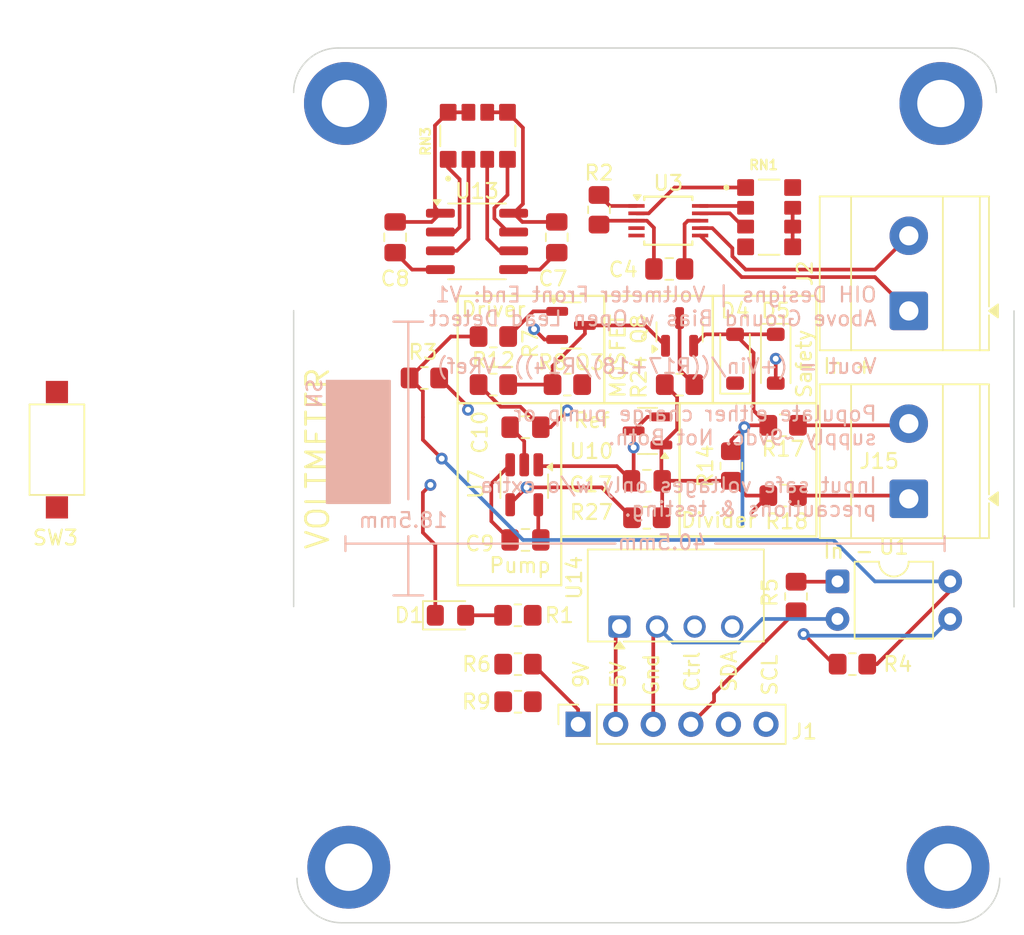
<source format=kicad_pcb>
(kicad_pcb (version 20241229) (generator "pcbnew") (generator_version "9.0")
  (layers (0 "F.Cu" signal) (4 "In1.Cu" signal) (6 "In2.Cu" signal) (2 "B.Cu" signal) (13 "F.Paste" user) (15 "B.Paste" user) (5 "F.SilkS" user "F.Silkscreen") (7 "B.SilkS" user "B.Silkscreen") (1 "F.Mask" user) (3 "B.Mask" user) (25 "Edge.Cuts" user))
  (net 0 "")
  (net 1 "GND")
  (net 2 "+9V")
  (net 3 "VDD")
  (net 4 "Net-(D1-A)")
  (net 5 "Net-(U7-C1-)")
  (net 6 "Net-(U7-C1+)")
  (net 7 "/ADC-1")
  (net 8 "/V Ref to ADS-0")
  (net 9 "Net-(Q8-D)")
  (net 10 "MOSFET_Ctrl")
  (net 11 "Net-(Q3-B)")
  (net 12 "/MOSFET_Gate")
  (net 13 "GND-MCU")
  (net 14 "Vcc-MCU")
  (net 15 "ADS_A2")
  (net 16 "ADS_A3")
  (net 17 "ADS_ADDR")
  (net 18 "SDA-5V")
  (net 19 "ADS_ALERT")
  (net 20 "SCL-5V")
  (net 21 "SCL")
  (net 22 "SDA")
  (net 23 "Net-(R5-Pad1)")
  (net 25 "Net-(R27-Pad1)")
  (net 26 "MOSFET_Ctrl_MCU")
  (net 27 "V_Input_REF")
  (net 28 "V_Input_Float")
  (footprint "Capacitor_SMD:C_0805_2012Metric_Pad1.18x1.45mm_HandSolder" (layer "F.Cu") (at 108.282999 59.793 -90)
    (property "Reference" "C7" (at 2.794 0.254 180) (layer "F.SilkS"))
    (property "Value" "0.1uF")
    (pad "1" smd roundrect (at -1.0375 0 270) (size 1.175 1.45) (layers "F.Cu" "F.Mask" "F.Paste") (roundrect_rratio 0.212766) (net 3 "VDD"))
    (pad "2" smd roundrect (at 1.0375 0 270) (size 1.175 1.45) (layers "F.Cu" "F.Mask" "F.Paste") (roundrect_rratio 0.212766) (net 1 "GND"))
  )
  (footprint "Library:RESCAXS127P508X320X70-8N" (layer "F.Cu") (at 102.948999 52.935 90)
    (property "Reference" "RN3" (at -0.378 -3.5264 90) (layer "F.SilkS") (effects (font (size 0.64 0.64))))
    (property "Value" "10k x4")
    (pad "1" smd roundrect (at -1.59 -2.005 90) (size 1.14 1.13) (layers "F.Cu" "F.Mask" "F.Paste") (roundrect_rratio 0.1) (net 22 "SDA"))
    (pad "2" smd roundrect (at -1.59 -0.635 90) (size 1.14 0.93) (layers "F.Cu" "F.Mask" "F.Paste") (roundrect_rratio 0.1) (net 21 "SCL"))
    (pad "3" smd roundrect (at -1.59 0.635 90) (size 1.14 0.93) (layers "F.Cu" "F.Mask" "F.Paste") (roundrect_rratio 0.1) (net 20 "SCL-5V"))
    (pad "4" smd roundrect (at -1.59 2.005 90) (size 1.14 1.13) (layers "F.Cu" "F.Mask" "F.Paste") (roundrect_rratio 0.1) (net 18 "SDA-5V"))
    (pad "5" smd roundrect (at 1.59 2.005 90) (size 1.14 1.13) (layers "F.Cu" "F.Mask" "F.Paste") (roundrect_rratio 0.1) (net 3 "VDD"))
    (pad "6" smd roundrect (at 1.59 0.635 90) (size 1.14 0.93) (layers "F.Cu" "F.Mask" "F.Paste") (roundrect_rratio 0.1) (net 3 "VDD"))
    (pad "7" smd roundrect (at 1.59 -0.635 90) (size 1.14 0.93) (layers "F.Cu" "F.Mask" "F.Paste") (roundrect_rratio 0.1) (net 14 "Vcc-MCU"))
    (pad "8" smd roundrect (at 1.59 -2.005 90) (size 1.14 1.13) (layers "F.Cu" "F.Mask" "F.Paste") (roundrect_rratio 0.1) (net 14 "Vcc-MCU"))
  )
  (footprint "Resistor_SMD:R_0805_2012Metric_Pad1.20x1.40mm_HandSolder" (layer "F.Cu") (at 114.3735 78.752)
    (property "Reference" "R27" (at -3.75 -0.381 0) (layer "F.SilkS"))
    (property "Value" "4.7K")
    (pad "1" smd roundrect (at -1 0) (size 1.2 1.4) (layers "F.Cu" "F.Mask" "F.Paste") (roundrect_rratio 0.208333) (net 25 "Net-(R27-Pad1)"))
    (pad "2" smd roundrect (at 1 0) (size 1.2 1.4) (layers "F.Cu" "F.Mask" "F.Paste") (roundrect_rratio 0.208333) (net 8 "/V Ref to ADS-0"))
  )
  (footprint "Resistor_SMD:R_0805_2012Metric_Pad1.20x1.40mm_HandSolder" (layer "F.Cu") (at 128.27 88.646)
    (property "Reference" "R4" (at 3.064 0 0) (layer "F.SilkS"))
    (property "Value" "4.7K")
    (pad "1" smd roundrect (at -1 0) (size 1.2 1.4) (layers "F.Cu" "F.Mask" "F.Paste") (roundrect_rratio 0.208333) (net 1 "GND"))
    (pad "2" smd roundrect (at 1 0) (size 1.2 1.4) (layers "F.Cu" "F.Mask" "F.Paste") (roundrect_rratio 0.208333) (net 10 "MOSFET_Ctrl"))
  )
  (footprint "Package_SO:SOIC-8_3.9x4.9mm_P1.27mm" (layer "F.Cu") (at 102.893999 60.071)
    (property "Reference" "U13" (at 0 -3.4 0) (layer "F.SilkS"))
    (property "Value" "ISO1540")
    (pad "1" smd roundrect (at -2.475 -1.905) (size 1.95 0.6) (layers "F.Cu" "F.Mask" "F.Paste") (net 14 "Vcc-MCU"))
    (pad "2" smd roundrect (at -2.475 -0.635) (size 1.95 0.6) (layers "F.Cu" "F.Mask" "F.Paste") (net 22 "SDA"))
    (pad "3" smd roundrect (at -2.475 0.635) (size 1.95 0.6) (layers "F.Cu" "F.Mask" "F.Paste") (net 21 "SCL"))
    (pad "4" smd roundrect (at -2.475 1.905) (size 1.95 0.6) (layers "F.Cu" "F.Mask" "F.Paste") (net 13 "GND-MCU"))
    (pad "5" smd roundrect (at 2.475 1.905) (size 1.95 0.6) (layers "F.Cu" "F.Mask" "F.Paste") (net 1 "GND"))
    (pad "6" smd roundrect (at 2.475 0.635) (size 1.95 0.6) (layers "F.Cu" "F.Mask" "F.Paste") (net 20 "SCL-5V"))
    (pad "7" smd roundrect (at 2.475 -0.635) (size 1.95 0.6) (layers "F.Cu" "F.Mask" "F.Paste") (net 18 "SDA-5V"))
    (pad "8" smd roundrect (at 2.475 -1.905) (size 1.95 0.6) (layers "F.Cu" "F.Mask" "F.Paste") (net 3 "VDD"))
  )
  (footprint "Resistor_SMD:R_0805_2012Metric_Pad1.20x1.40mm_HandSolder" (layer "F.Cu") (at 123.586 77.252 180)
    (property "Reference" "R18" (at -0.25 -1.75 0) (layer "F.SilkS"))
    (property "Value" "499.0K")
    (pad "1" smd roundrect (at -1 0 180) (size 1.2 1.4) (layers "F.Cu" "F.Mask" "F.Paste") (roundrect_rratio 0.208333) (net 27 "V_Input_REF"))
    (pad "2" smd roundrect (at 1 0 180) (size 1.2 1.4) (layers "F.Cu" "F.Mask" "F.Paste") (roundrect_rratio 0.208333) (net 8 "/V Ref to ADS-0"))
  )
  (footprint "Resistor_SMD:R_0805_2012Metric_Pad1.20x1.40mm_HandSolder" (layer "F.Cu") (at 120.086 75.252 90)
    (property "Reference" "R14" (at 0 -1.75 270) (layer "F.SilkS"))
    (property "Value" "1M")
    (pad "1" smd roundrect (at -1 0 90) (size 1.2 1.4) (layers "F.Cu" "F.Mask" "F.Paste") (roundrect_rratio 0.208333) (net 8 "/V Ref to ADS-0"))
    (pad "2" smd roundrect (at 1 0 90) (size 1.2 1.4) (layers "F.Cu" "F.Mask" "F.Paste") (roundrect_rratio 0.208333) (net 7 "/ADC-1"))
  )
  (footprint "Package_TO_SOT_SMD:SOT-23" (layer "F.Cu") (at 114.419 72.88 180)
    (property "Reference" "U10" (at 3.7955 -1.372 0) (layer "F.SilkS"))
    (property "Value" "LM4040DBZ-2.5")
    (pad "1" smd roundrect (at -0.9375 -0.95 180) (size 1.475 0.6) (layers "F.Cu" "F.Mask" "F.Paste") (net 8 "/V Ref to ADS-0"))
    (pad "2" smd roundrect (at -0.9375 0.95 180) (size 1.475 0.6) (layers "F.Cu" "F.Mask" "F.Paste") (net 1 "GND"))
    (pad "3" smd roundrect (at 0.9375 0 180) (size 1.475 0.6) (layers "F.Cu" "F.Mask" "F.Paste") (net 1 "GND"))
  )
  (footprint "Package_SO:TSSOP-10_3x3mm_P0.5mm" (layer "F.Cu") (at 115.824 58.674)
    (property "Reference" "U3" (at 0 -2.55 0) (layer "F.SilkS"))
    (property "Value" "ADS1115IDGS")
    (pad "1" smd rect (at -2.15 -1) (size 1.1 0.25) (layers "F.Cu" "F.Mask" "F.Paste") (net 17 "ADS_ADDR"))
    (pad "2" smd rect (at -2.15 -0.5) (size 1.1 0.25) (layers "F.Cu" "F.Mask" "F.Paste") (net 19 "ADS_ALERT"))
    (pad "3" smd rect (at -2.15 0) (size 1.1 0.25) (layers "F.Cu" "F.Mask" "F.Paste") (net 1 "GND"))
    (pad "4" smd rect (at -2.15 0.5) (size 1.1 0.25) (layers "F.Cu" "F.Mask" "F.Paste") (net 8 "/V Ref to ADS-0"))
    (pad "5" smd rect (at -2.15 1) (size 1.1 0.25) (layers "F.Cu" "F.Mask" "F.Paste") (net 7 "/ADC-1"))
    (pad "6" smd rect (at 2.15 1) (size 1.1 0.25) (layers "F.Cu" "F.Mask" "F.Paste") (net 15 "ADS_A2"))
    (pad "7" smd rect (at 2.15 0.5) (size 1.1 0.25) (layers "F.Cu" "F.Mask" "F.Paste") (net 16 "ADS_A3"))
    (pad "8" smd rect (at 2.15 0) (size 1.1 0.25) (layers "F.Cu" "F.Mask" "F.Paste") (net 3 "VDD"))
    (pad "9" smd rect (at 2.15 -0.5) (size 1.1 0.25) (layers "F.Cu" "F.Mask" "F.Paste") (net 18 "SDA-5V"))
    (pad "10" smd rect (at 2.15 -1) (size 1.1 0.25) (layers "F.Cu" "F.Mask" "F.Paste") (net 20 "SCL-5V"))
  )
  (footprint "Package_DIP:DIP-4_W7.62mm" (layer "F.Cu") (at 127.259 83.053)
    (property "Reference" "U1" (at 3.81 -2.33 0) (layer "F.SilkS"))
    (property "Value" "LTV-814")
    (pad "1" thru_hole roundrect (at 0 0) (size 1.6 1.6) (drill 0.8) (layers "*.Cu" "*.Mask") (roundrect_rratio 0.15625) (net 23 "Net-(R5-Pad1)"))
    (pad "2" thru_hole circle (at 0 2.54) (size 1.6 1.6) (drill 0.8) (layers "*.Cu" "*.Mask") (net 13 "GND-MCU"))
    (pad "3" thru_hole circle (at 7.62 2.54) (size 1.6 1.6) (drill 0.8) (layers "*.Cu" "*.Mask") (net 1 "GND"))
    (pad "4" thru_hole circle (at 7.62 0) (size 1.6 1.6) (drill 0.8) (layers "*.Cu" "*.Mask") (net 10 "MOSFET_Ctrl"))
  )
  (footprint "Capacitor_SMD:C_0805_2012Metric_Pad1.18x1.45mm_HandSolder" (layer "F.Cu") (at 106.1685 80.24994)
    (property "Reference" "C9" (at -3.0825 0.25 180) (layer "F.SilkS"))
    (property "Value" "4.7uF")
    (pad "1" smd roundrect (at -1.0375 0) (size 1.175 1.45) (layers "F.Cu" "F.Mask" "F.Paste") (roundrect_rratio 0.212766) (net 5 "Net-(U7-C1-)"))
    (pad "2" smd roundrect (at 1.0375 0) (size 1.175 1.45) (layers "F.Cu" "F.Mask" "F.Paste") (roundrect_rratio 0.212766) (net 6 "Net-(U7-C1+)"))
  )
  (footprint "Resistor_SMD:R_0805_2012Metric_Pad1.20x1.40mm_HandSolder" (layer "F.Cu") (at 105.657 85.344 180)
    (property "Reference" "R1" (at -2.801 0 0) (layer "F.SilkS"))
    (property "Value" "1K")
    (pad "1" smd roundrect (at -1 0 180) (size 1.2 1.4) (layers "F.Cu" "F.Mask" "F.Paste") (roundrect_rratio 0.208333) (net 3 "VDD"))
    (pad "2" smd roundrect (at 1 0 180) (size 1.2 1.4) (layers "F.Cu" "F.Mask" "F.Paste") (roundrect_rratio 0.208333) (net 4 "Net-(D1-A)"))
  )
  (footprint "Resistor_SMD:R_0805_2012Metric_Pad1.20x1.40mm_HandSolder" (layer "F.Cu") (at 105.664 88.646)
    (property "Reference" "R6" (at -2.794 0 0) (layer "F.SilkS"))
    (property "Value" "0")
    (pad "1" smd roundrect (at -1 0) (size 1.2 1.4) (layers "F.Cu" "F.Mask" "F.Paste") (roundrect_rratio 0.208333) (net 25 "Net-(R27-Pad1)"))
    (pad "2" smd roundrect (at 1 0) (size 1.2 1.4) (layers "F.Cu" "F.Mask" "F.Paste") (roundrect_rratio 0.208333) (net 2 "+9V"))
  )
  (footprint "Library:RESCAXS127P508X320X70-8N" (layer "F.Cu") (at 122.639 58.434)
    (property "Reference" "RN1" (at -0.378 -3.5264 0) (layer "F.SilkS") (effects (font (size 0.64 0.64))))
    (property "Value" "1K x4")
    (pad "1" smd roundrect (at -1.59 -2.005) (size 1.14 1.13) (layers "F.Cu" "F.Mask" "F.Paste") (roundrect_rratio 0.1) (net 19 "ADS_ALERT"))
    (pad "2" smd roundrect (at -1.59 -0.635) (size 1.14 0.93) (layers "F.Cu" "F.Mask" "F.Paste") (roundrect_rratio 0.1) (net 20 "SCL-5V"))
    (pad "3" smd roundrect (at -1.59 0.635) (size 1.14 0.93) (layers "F.Cu" "F.Mask" "F.Paste") (roundrect_rratio 0.1) (net 18 "SDA-5V"))
    (pad "4" smd roundrect (at -1.59 2.005) (size 1.14 1.13) (layers "F.Cu" "F.Mask" "F.Paste") (roundrect_rratio 0.1))
    (pad "5" smd roundrect (at 1.59 2.005) (size 1.14 1.13) (layers "F.Cu" "F.Mask" "F.Paste") (roundrect_rratio 0.1) (net 3 "VDD"))
    (pad "6" smd roundrect (at 1.59 0.635) (size 1.14 0.93) (layers "F.Cu" "F.Mask" "F.Paste") (roundrect_rratio 0.1) (net 3 "VDD"))
    (pad "7" smd roundrect (at 1.59 -0.635) (size 1.14 0.93) (layers "F.Cu" "F.Mask" "F.Paste") (roundrect_rratio 0.1) (net 3 "VDD"))
    (pad "8" smd roundrect (at 1.59 -2.005) (size 1.14 1.13) (layers "F.Cu" "F.Mask" "F.Paste") (roundrect_rratio 0.1) (net 3 "VDD"))
  )
  (footprint "Resistor_SMD:R_0805_2012Metric_Pad1.20x1.40mm_HandSolder" (layer "F.Cu") (at 123.586 72.502 180)
    (property "Reference" "R17" (at 0 -1.595 0) (layer "F.SilkS"))
    (property "Value" "499.0K")
    (pad "1" smd roundrect (at -1 0 180) (size 1.2 1.4) (layers "F.Cu" "F.Mask" "F.Paste") (roundrect_rratio 0.208333) (net 28 "V_Input_Float"))
    (pad "2" smd roundrect (at 1 0 180) (size 1.2 1.4) (layers "F.Cu" "F.Mask" "F.Paste") (roundrect_rratio 0.208333) (net 7 "/ADC-1"))
  )
  (footprint "Resistor_SMD:R_0805_2012Metric_Pad1.20x1.40mm_HandSolder" (layer "F.Cu") (at 104 66.5)
    (property "Reference" "R7" (at 2.5 0.5 270) (layer "F.SilkS"))
    (property "Value" "22K")
    (pad "1" smd roundrect (at -1 0) (size 1.2 1.4) (layers "F.Cu" "F.Mask" "F.Paste") (roundrect_rratio 0.208333) (net 10 "MOSFET_Ctrl"))
    (pad "2" smd roundrect (at 1 0) (size 1.2 1.4) (layers "F.Cu" "F.Mask" "F.Paste") (roundrect_rratio 0.208333) (net 11 "Net-(Q3-B)"))
  )
  (footprint "Resistor_SMD:R_0805_2012Metric_Pad1.20x1.40mm_HandSolder" (layer "F.Cu") (at 124.46 84.074 -90)
    (property "Reference" "R5" (at -0.27 1.778 90) (layer "F.SilkS"))
    (property "Value" "1K")
    (pad "1" smd roundrect (at -1 0 270) (size 1.2 1.4) (layers "F.Cu" "F.Mask" "F.Paste") (roundrect_rratio 0.208333) (net 23 "Net-(R5-Pad1)"))
    (pad "2" smd roundrect (at 1 0 270) (size 1.2 1.4) (layers "F.Cu" "F.Mask" "F.Paste") (roundrect_rratio 0.208333) (net 26 "MOSFET_Ctrl_MCU"))
  )
  (footprint "Package_TO_SOT_SMD:SOT-23-5_HandSoldering" (layer "F.Cu") (at 106.086 76.51994 -90)
    (property "Reference" "U7" (at -0.045 3.25 90) (layer "F.SilkS"))
    (property "Value" "MAX1683")
    (pad "1" smd roundrect (at -1.35 -0.95 270) (size 1.56 0.65) (layers "F.Cu" "F.Mask" "F.Paste") (net 1 "GND"))
    (pad "2" smd roundrect (at -1.35 0 270) (size 1.56 0.65) (layers "F.Cu" "F.Mask" "F.Paste") (net 2 "+9V"))
    (pad "3" smd roundrect (at -1.35 0.95 270) (size 1.56 0.65) (layers "F.Cu" "F.Mask" "F.Paste") (net 5 "Net-(U7-C1-)"))
    (pad "4" smd roundrect (at 1.35 0.95 270) (size 1.56 0.65) (layers "F.Cu" "F.Mask" "F.Paste") (net 3 "VDD"))
    (pad "5" smd roundrect (at 1.35 -0.95 270) (size 1.56 0.65) (layers "F.Cu" "F.Mask" "F.Paste") (net 6 "Net-(U7-C1+)"))
  )
  (footprint "Capacitor_SMD:C_0805_2012Metric_Pad1.18x1.45mm_HandSolder" (layer "F.Cu") (at 97.360999 59.793 -90)
    (property "Reference" "C8" (at 2.794 0 180) (layer "F.SilkS"))
    (property "Value" "0.1uF")
    (pad "1" smd roundrect (at -1.0375 0 270) (size 1.175 1.45) (layers "F.Cu" "F.Mask" "F.Paste") (roundrect_rratio 0.212766) (net 14 "Vcc-MCU"))
    (pad "2" smd roundrect (at 1.0375 0 270) (size 1.175 1.45) (layers "F.Cu" "F.Mask" "F.Paste") (roundrect_rratio 0.212766) (net 13 "GND-MCU"))
  )
  (footprint "Resistor_SMD:R_0805_2012Metric_Pad1.20x1.40mm_HandSolder" (layer "F.Cu") (at 99.336 69.302 180)
    (property "Reference" "R3" (at 0.1 1.75 0) (layer "F.SilkS"))
    (property "Value" "10K")
    (pad "1" smd roundrect (at -1 0 180) (size 1.2 1.4) (layers "F.Cu" "F.Mask" "F.Paste") (roundrect_rratio 0.208333) (net 3 "VDD"))
    (pad "2" smd roundrect (at 1 0 180) (size 1.2 1.4) (layers "F.Cu" "F.Mask" "F.Paste") (roundrect_rratio 0.208333) (net 10 "MOSFET_Ctrl"))
  )
  (footprint "Package_TO_SOT_SMD:SOT-23" (layer "F.Cu") (at 109.25 65.75)
    (property "Reference" "Q3" (at 1.25 2.5 180) (layer "F.SilkS"))
    (property "Value" "MMBT3904")
    (pad "1" smd roundrect (at -0.9375 -0.95) (size 1.475 0.6) (layers "F.Cu" "F.Mask" "F.Paste") (net 11 "Net-(Q3-B)"))
    (pad "2" smd roundrect (at -0.9375 0.95) (size 1.475 0.6) (layers "F.Cu" "F.Mask" "F.Paste") (net 1 "GND"))
    (pad "3" smd roundrect (at 0.9375 0) (size 1.475 0.6) (layers "F.Cu" "F.Mask" "F.Paste") (net 12 "/MOSFET_Gate"))
  )
  (footprint "Resistor_SMD:R_0805_2012Metric_Pad1.20x1.40mm_HandSolder" (layer "F.Cu") (at 104 69.75)
    (property "Reference" "R12" (at 0 -1.65 0) (layer "F.SilkS"))
    (property "Value" "100K")
    (pad "1" smd roundrect (at -1 0) (size 1.2 1.4) (layers "F.Cu" "F.Mask" "F.Paste") (roundrect_rratio 0.208333) (net 1 "GND"))
    (pad "2" smd roundrect (at 1 0) (size 1.2 1.4) (layers "F.Cu" "F.Mask" "F.Paste") (roundrect_rratio 0.208333) (net 12 "/MOSFET_Gate"))
  )
  (footprint "Diode_SMD:D_SOD-123" (layer "F.Cu") (at 120.336 68.002 90)
    (property "Reference" "D4" (at 3.25 0 0) (layer "F.SilkS"))
    (property "Value" "D_Schottky")
    (pad "1" smd roundrect (at -1.65 0 90) (size 0.9 1.2) (layers "F.Cu" "F.Mask" "F.Paste") (net 3 "VDD"))
    (pad "2" smd roundrect (at 1.65 0 90) (size 0.9 1.2) (layers "F.Cu" "F.Mask" "F.Paste") (net 7 "/ADC-1"))
  )
  (footprint "Resistor_SMD:R_0805_2012Metric_Pad1.20x1.40mm_HandSolder" (layer "F.Cu") (at 116.586 69.752 180)
    (property "Reference" "R24" (at 2.75 0.5 90) (layer "F.SilkS"))
    (property "Value" "15K")
    (pad "1" smd roundrect (at -1 0 180) (size 1.2 1.4) (layers "F.Cu" "F.Mask" "F.Paste") (roundrect_rratio 0.208333) (net 9 "Net-(Q8-D)"))
    (pad "2" smd roundrect (at 1 0 180) (size 1.2 1.4) (layers "F.Cu" "F.Mask" "F.Paste") (roundrect_rratio 0.208333) (net 8 "/V Ref to ADS-0"))
  )
  (footprint "Capacitor_SMD:C_0805_2012Metric_Pad1.18x1.45mm_HandSolder" (layer "F.Cu") (at 106.1685 72.62994 180)
    (property "Reference" "C10" (at 3.0825 -0.345 270) (layer "F.SilkS"))
    (property "Value" "4.7uF")
    (pad "1" smd roundrect (at -1.0375 0 180) (size 1.175 1.45) (layers "F.Cu" "F.Mask" "F.Paste") (roundrect_rratio 0.212766) (net 1 "GND"))
    (pad "2" smd roundrect (at 1.0375 0 180) (size 1.175 1.45) (layers "F.Cu" "F.Mask" "F.Paste") (roundrect_rratio 0.212766) (net 2 "+9V"))
  )
  (footprint "TerminalBlock_Phoenix:TerminalBlock_Phoenix_MKDS-3-2-5.08_1x02_P5.08mm_Horizontal" (layer "F.Cu") (at 132.08 77.47 90)
    (property "Reference" "J15" (at 2.547 -2.0035 180) (layer "F.SilkS"))
    (property "Value" "Barrel_Jack")
    (pad "1" thru_hole roundrect (at 0 0 90) (size 2.6 2.6) (drill 1.3) (layers "*.Cu" "*.Mask") (roundrect_rratio 0.096154) (net 27 "V_Input_REF"))
    (pad "2" thru_hole circle (at 5.08 0 90) (size 2.6 2.6) (drill 1.3) (layers "*.Cu" "*.Mask") (net 28 "V_Input_Float"))
  )
  (footprint "MountingHole:MountingHole_3.2mm_M3_DIN965_Pad_TopBottom" (layer "F.Cu") (at 134.726 102.374)
    (property "Reference" "H3" (hide yes))
    (property "Value" "MountingHole")
    (pad "1" thru_hole circle (at 0 0) (size 3.6 3.6) (drill 3.2) (layers "*.Cu" "*.Mask"))
    (pad "1" connect circle (at 0 0) (size 5.6 5.6) (layers "F.Cu" "F.Mask"))
    (pad "1" connect circle (at 0 0) (size 5.6 5.6) (layers "B.Cu" "B.Mask"))
  )
  (footprint "Diode_SMD:D_SOD-123" (layer "F.Cu") (at 123.086 68.002 -90)
    (property "Reference" "D5" (at -3.25 0 0) (layer "F.SilkS"))
    (property "Value" "D_Schottky")
    (pad "1" smd roundrect (at -1.65 0 270) (size 0.9 1.2) (layers "F.Cu" "F.Mask" "F.Paste") (net 7 "/ADC-1"))
    (pad "2" smd roundrect (at 1.65 0 270) (size 0.9 1.2) (layers "F.Cu" "F.Mask" "F.Paste") (net 1 "GND"))
  )
  (footprint "Package_TO_SOT_SMD:SOT-23" (layer "F.Cu") (at 116.586 66.1895 90)
    (property "Reference" "Q8" (at 0.1875 -2.75 270) (layer "F.SilkS"))
    (property "Value" "AO3400A MOSFET")
    (pad "1" smd roundrect (at -0.9375 -0.95 90) (size 1.475 0.6) (layers "F.Cu" "F.Mask" "F.Paste") (net 12 "/MOSFET_Gate"))
    (pad "2" smd roundrect (at -0.9375 0.95 90) (size 1.475 0.6) (layers "F.Cu" "F.Mask" "F.Paste") (net 7 "/ADC-1"))
    (pad "3" smd roundrect (at 0.9375 0 90) (size 1.475 0.6) (layers "F.Cu" "F.Mask" "F.Paste") (net 9 "Net-(Q8-D)"))
  )
  (footprint "Resistor_SMD:R_0805_2012Metric_Pad1.20x1.40mm_HandSolder" (layer "F.Cu") (at 109 69.75)
    (property "Reference" "R8" (at -1 -1.5 180) (layer "F.SilkS"))
    (property "Value" "10K")
    (pad "1" smd roundrect (at -1 0) (size 1.2 1.4) (layers "F.Cu" "F.Mask" "F.Paste") (roundrect_rratio 0.208333) (net 12 "/MOSFET_Gate"))
    (pad "2" smd roundrect (at 1 0) (size 1.2 1.4) (layers "F.Cu" "F.Mask" "F.Paste") (roundrect_rratio 0.208333) (net 2 "+9V"))
  )
  (footprint "MountingHole:MountingHole_3.2mm_M3_DIN965_Pad_TopBottom" (layer "F.Cu") (at 134.25 50.75)
    (property "Reference" "H2" (hide yes))
    (property "Value" "MountingHole")
    (pad "1" thru_hole circle (at 0 0) (size 3.6 3.6) (drill 3.2) (layers "*.Cu" "*.Mask"))
    (pad "1" connect circle (at 0 0) (size 5.6 5.6) (layers "F.Cu" "F.Mask"))
    (pad "1" connect circle (at 0 0) (size 5.6 5.6) (layers "B.Cu" "B.Mask"))
  )
  (footprint "LED_SMD:LED_0805_2012Metric_Pad1.15x1.40mm_HandSolder" (layer "F.Cu") (at 101.101 85.344)
    (property "Reference" "D1" (at -2.794 0 0) (layer "F.SilkS"))
    (property "Value" "LED")
    (pad "1" smd roundrect (at -1.025 0) (size 1.15 1.4) (layers "F.Cu" "F.Mask" "F.Paste") (roundrect_rratio 0.217391) (net 1 "GND"))
    (pad "2" smd roundrect (at 1.025 0) (size 1.15 1.4) (layers "F.Cu" "F.Mask" "F.Paste") (roundrect_rratio 0.217391) (net 4 "Net-(D1-A)"))
  )
  (footprint "MountingHole:MountingHole_3.2mm_M3_DIN965_Pad_TopBottom" (layer "F.Cu") (at 94.226 102.374)
    (property "Reference" "H4" (hide yes))
    (property "Value" "MountingHole")
    (pad "1" thru_hole circle (at 0 0) (size 3.6 3.6) (drill 3.2) (layers "*.Cu" "*.Mask"))
    (pad "1" connect circle (at 0 0) (size 5.6 5.6) (layers "F.Cu" "F.Mask"))
    (pad "1" connect circle (at 0 0) (size 5.6 5.6) (layers "B.Cu" "B.Mask"))
  )
  (footprint "Button_Switch_SMD:SW_SPST_CK_RS282G05A3" (layer "F.Cu") (at 74.5 74.15 -90)
    (property "Reference" "SW3" (at 5.95 0.1 0) (layer "F.SilkS"))
    (property "Value" "SW_Push")
    (pad "1" smd rect (at -3.9 0 270) (size 1.5 1.5) (layers "F.Cu" "F.Mask" "F.Paste") (net 10 "MOSFET_Ctrl"))
    (pad "2" smd rect (at 3.9 0 270) (size 1.5 1.5) (layers "F.Cu" "F.Mask" "F.Paste") (net 1 "GND"))
  )
  (footprint "Resistor_SMD:R_0805_2012Metric_Pad1.20x1.40mm_HandSolder" (layer "F.Cu") (at 111.139 57.934 -90)
    (property "Reference" "R2" (at -2.5 0 180) (layer "F.SilkS"))
    (property "Value" "0")
    (pad "1" smd roundrect (at -1 0 270) (size 1.2 1.4) (layers "F.Cu" "F.Mask" "F.Paste") (roundrect_rratio 0.208333) (net 17 "ADS_ADDR"))
    (pad "2" smd roundrect (at 1 0 270) (size 1.2 1.4) (layers "F.Cu" "F.Mask" "F.Paste") (roundrect_rratio 0.208333) (net 1 "GND"))
  )
  (footprint "Converter_DCDC:Converter_DCDC_TRACO_TEA1-xxxx_THT" (layer "F.Cu") (at 112.522 86.106 90)
    (property "Reference" "U14" (at 3.302 -3.048 270) (layer "F.SilkS"))
    (property "Value" "RFM-0505S")
    (pad "1" thru_hole roundrect (at 0 0 90) (size 1.5 1.5) (drill 1) (layers "*.Cu" "*.Mask") (roundrect_rratio 0.166667) (net 14 "Vcc-MCU"))
    (pad "2" thru_hole circle (at 0 2.54 90) (size 1.5 1.5) (drill 1) (layers "*.Cu" "*.Mask") (net 13 "GND-MCU"))
    (pad "3" thru_hole circle (at 0 5.08 90) (size 1.5 1.5) (drill 1) (layers "*.Cu" "*.Mask") (net 1 "GND"))
    (pad "4" thru_hole circle (at 0 7.62 90) (size 1.5 1.5) (drill 1) (layers "*.Cu" "*.Mask") (net 3 "VDD"))
  )
  (footprint "Capacitor_SMD:C_0805_2012Metric_Pad1.18x1.45mm_HandSolder" (layer "F.Cu") (at 114.3735 76.252)
    (property "Reference" "C17" (at -3.7875 0.25 180) (layer "F.SilkS"))
    (property "Value" "0.1uF")
    (pad "1" smd roundrect (at -1.0375 0) (size 1.175 1.45) (layers "F.Cu" "F.Mask" "F.Paste") (roundrect_rratio 0.212766) (net 1 "GND"))
    (pad "2" smd roundrect (at 1.0375 0) (size 1.175 1.45) (layers "F.Cu" "F.Mask" "F.Paste") (roundrect_rratio 0.212766) (net 8 "/V Ref to ADS-0"))
  )
  (footprint "Connector_PinSocket_2.54mm:PinSocket_1x06_P2.54mm_Vertical" (layer "F.Cu") (at 109.728 92.71 90)
    (property "Reference" "J1" (at -0.5 15.29 180) (layer "F.SilkS"))
    (property "Value" "Voltmeter")
    (pad "1" thru_hole rect (at 0 0 90) (size 1.7 1.7) (drill 1) (layers "*.Cu" "*.Mask") (net 2 "+9V"))
    (pad "2" thru_hole circle (at 0 2.54 90) (size 1.7 1.7) (drill 1) (layers "*.Cu" "*.Mask") (net 14 "Vcc-MCU"))
    (pad "3" thru_hole circle (at 0 5.08 90) (size 1.7 1.7) (drill 1) (layers "*.Cu" "*.Mask") (net 13 "GND-MCU"))
    (pad "4" thru_hole circle (at 0 7.62 90) (size 1.7 1.7) (drill 1) (layers "*.Cu" "*.Mask") (net 26 "MOSFET_Ctrl_MCU"))
    (pad "5" thru_hole circle (at 0 10.16 90) (size 1.7 1.7) (drill 1) (layers "*.Cu" "*.Mask") (net 22 "SDA"))
    (pad "6" thru_hole circle (at 0 12.7 90) (size 1.7 1.7) (drill 1) (layers "*.Cu" "*.Mask") (net 21 "SCL"))
  )
  (footprint "TerminalBlock_Phoenix:TerminalBlock_Phoenix_MKDS-3-2-5.08_1x02_P5.08mm_Horizontal" (layer "F.Cu") (at 132.08 64.77 90)
    (property "Reference" "J2" (at 2.54 -7.02 90) (layer "F.SilkS"))
    (property "Value" "Barrel_Jack")
    (pad "1" thru_hole roundrect (at 0 0 90) (size 2.6 2.6) (drill 1.3) (layers "*.Cu" "*.Mask") (roundrect_rratio 0.096154) (net 15 "ADS_A2"))
    (pad "2" thru_hole circle (at 5.08 0 90) (size 2.6 2.6) (drill 1.3) (layers "*.Cu" "*.Mask") (net 16 "ADS_A3"))
  )
  (footprint "Resistor_SMD:R_0805_2012Metric_Pad1.20x1.40mm_HandSolder" (layer "F.Cu") (at 105.664 91.186)
    (property "Reference" "R9" (at -2.81 0 0) (layer "F.SilkS"))
    (property "Value" "0")
    (pad "1" smd roundrect (at -1 0) (size 1.2 1.4) (layers "F.Cu" "F.Mask" "F.Paste") (roundrect_rratio 0.208333) (net 25 "Net-(R27-Pad1)"))
    (pad "2" smd roundrect (at 1 0) (size 1.2 1.4) (layers "F.Cu" "F.Mask" "F.Paste") (roundrect_rratio 0.208333) (net 3 "VDD"))
  )
  (footprint "Capacitor_SMD:C_0805_2012Metric_Pad1.18x1.45mm_HandSolder" (layer "F.Cu") (at 115.889 61.934)
    (property "Reference" "C4" (at -3.113 0.042 0) (layer "F.SilkS"))
    (property "Value" "0.1uF")
    (pad "1" smd roundrect (at -1.0375 0) (size 1.175 1.45) (layers "F.Cu" "F.Mask" "F.Paste") (roundrect_rratio 0.212766) (net 1 "GND"))
    (pad "2" smd roundrect (at 1.0375 0) (size 1.175 1.45) (layers "F.Cu" "F.Mask" "F.Paste") (roundrect_rratio 0.212766) (net 3 "VDD"))
  )
  (footprint "MountingHole:MountingHole_3.2mm_M3_DIN965_Pad_TopBottom" (layer "F.Cu") (at 94 50.75)
    (property "Reference" "H1" (hide yes))
    (property "Value" "MountingHole")
    (pad "1" thru_hole circle (at 0 0) (size 3.6 3.6) (drill 3.2) (layers "*.Cu" "*.Mask"))
    (pad "1" connect circle (at 0 0) (size 5.6 5.6) (layers "F.Cu" "F.Mask"))
    (pad "1" connect circle (at 0 0) (size 5.6 5.6) (layers "B.Cu" "B.Mask"))
  )
  (gr_line (start 104.586 71.002) (end 101.586 71.002) (stroke (width 0.15)) (layer "F.SilkS"))
  (gr_rect (start 101.586 63.752) (end 118.836 71.002) (stroke (width 0.15)) (fill no) (layer "F.SilkS"))
  (gr_line (start 101.586 71.002) (end 101.586 83.312) (stroke (width 0.15)) (layer "F.SilkS"))
  (gr_line (start 108.586 80.002) (end 108.586 83.312) (stroke (width 0.15)) (layer "F.SilkS"))
  (gr_rect (start 118.836 63.752) (end 125.836 71.002) (stroke (width 0.15)) (fill no) (layer "F.SilkS"))
  (gr_line (start 111.5 71) (end 111.5 63.75) (stroke (width 0.15)) (layer "F.SilkS"))
  (gr_line (start 101.586 83.312) (end 108.586 83.312) (stroke (width 0.15)) (layer "F.SilkS"))
  (gr_rect (start 116.586 71.002) (end 125.836 80.002) (stroke (width 0.15)) (fill no) (layer "F.SilkS"))
  (gr_rect (start 108.586 71.002) (end 116.586 80.002) (stroke (width 0.15)) (fill no) (layer "F.SilkS"))
  (gr_line (start 125.836 80.002) (end 125.836 80.002) (stroke (width 0.15)) (layer "F.SilkS"))
  (gr_line (start 94 80) (end 94 81) (stroke (width 0.15)) (layer "B.SilkS"))
  (gr_rect (start 92.75 69.5) (end 97 77.75) (stroke (width 0.15)) (fill yes) (layer "B.SilkS"))
  (gr_line (start 134.5 81) (end 134.5 80) (stroke (width 0.15)) (layer "B.SilkS"))
  (gr_line (start 134.5 80.5) (end 119 80.5) (stroke (width 0.15)) (layer "B.SilkS"))
  (gr_line (start 94 80.5) (end 112.25 80.5) (stroke (width 0.15)) (layer "B.SilkS"))
  (gr_line (start 97.25 84) (end 99.25 84) (stroke (width 0.15)) (layer "B.SilkS"))
  (gr_line (start 98.25 77.5) (end 98.25 65.5) (stroke (width 0.15)) (layer "B.SilkS"))
  (gr_line (start 98.25 80) (end 98.25 84) (stroke (width 0.15)) (layer "B.SilkS"))
  (gr_line (start 97.25 65.5) (end 99.25 65.5) (stroke (width 0.15)) (layer "B.SilkS"))
  (gr_arc (start 135 47) (mid 137.12132 47.87868) (end 138 50) (stroke (width 0.1)) (layer "Edge.Cuts"))
  (gr_line (start 90.5 84.75) (end 90.5 64.75) (stroke (width 0.1)) (layer "Edge.Cuts"))
  (gr_arc (start 90.5 50) (mid 91.37868 47.87868) (end 93.5 47) (stroke (width 0.1)) (layer "Edge.Cuts"))
  (gr_arc (start 93.726 106.124) (mid 91.60468 105.24532) (end 90.726 103.124) (stroke (width 0.1)) (layer "Edge.Cuts"))
  (gr_line (start 135.226 106.124) (end 93.726 106.124) (stroke (width 0.1)) (layer "Edge.Cuts"))
  (gr_line (start 139.192 64.77) (end 139.192 84.77) (stroke (width 0.1)) (layer "Edge.Cuts"))
  (gr_line (start 93.5 47) (end 135 47) (stroke (width 0.1)) (layer "Edge.Cuts"))
  (gr_arc (start 138.226 103.124) (mid 137.34732 105.24532) (end 135.226 106.124) (stroke (width 0.1)) (layer "Edge.Cuts"))
  (gr_text "In -" (at 128 81 0) (layer "F.SilkS") (effects (font (size 1 1))))
  (gr_text "Divider" (at 116.586 79.502 0) (layer "F.SilkS") (effects (font (size 1 1)) (justify left bottom)))
  (gr_text "Safety" (at 125.586 70.752 90) (layer "F.SilkS") (effects (font (size 1 1)) (justify left bottom)))
  (gr_text "In +" (at 128 68.5 0) (layer "F.SilkS") (effects (font (size 1 1))))
  (gr_text "MOSFET" (at 113 70.752 90) (layer "F.SilkS") (effects (font (size 1 1)) (justify left bottom)))
  (gr_text "5V" (at 113.018 90.364 90) (layer "F.SilkS") (effects (font (size 1 1)) (justify left bottom)))
  (gr_text "SCL" (at 123.268 90.864 90) (layer "F.SilkS") (effects (font (size 1 1)) (justify left bottom)))
  (gr_text "Gnd" (at 115.268 90.864 90) (layer "F.SilkS") (effects (font (size 1 1)) (justify left bottom)))
  (gr_text "VOLTMETER" (at 93 81 90) (layer "F.SilkS") (effects (font (size 1.5 1.5) (thickness 0.1875)) (justify left bottom)))
  (gr_text "SDA" (at 120.518 90.614 90) (layer "F.SilkS") (effects (font (size 1 1)) (justify left bottom)))
  (gr_text "Driver" (at 101.75 65.25 0) (layer "F.SilkS") (effects (font (size 1 1)) (justify left bottom)))
  (gr_text "Pump" (at 103.632 82.55 0) (layer "F.SilkS") (effects (font (size 1 1)) (justify left bottom)))
  (gr_text "9V" (at 110.518 90.364 90) (layer "F.SilkS") (effects (font (size 1 1)) (justify left bottom)))
  (gr_text "Ref" (at 109.336 72.752 0) (layer "F.SilkS") (effects (font (size 1 1)) (justify left bottom)))
  (gr_text "Ctrl" (at 118.018 90.614 90) (layer "F.SilkS") (effects (font (size 1 1)) (justify left bottom)))
  (gr_text "18.5mm" (at 101 79.5 0) (layer "B.SilkS") (effects (font (size 1 1)) (justify left bottom mirror)))
  (gr_text "40.5mm" (at 118.5 81 0) (layer "B.SilkS") (effects (font (size 1 1)) (justify left bottom mirror)))
  (gr_text "OIH Designs | Voltmeter Front End: V1\nAbove Ground Bias w Open Lead Detect\n\nVout = (+Vin/((R17+18)/R14))-VRef)\n\nPopulate either charge pump or \nsupply ~9vdc. Not Both.\n\nInput safe voltages only w/o extra \nprecautions & testing." (at 130 78.75 0) (layer "B.SilkS") (effects (font (size 1 1)) (justify left bottom mirror)))
  (gr_text "SN" (at 92.5 69.25 90) (layer "B.SilkS") (effects (font (size 1 1)) (justify left bottom mirror)))
  (segment (start 108.3125 66.7) (end 107.45 66.7) (width 0.25) (layer "F.Cu") (net 1))
  (segment (start 113.4815 74.002) (end 113.4815 76.1065) (width 0.25) (layer "F.Cu") (net 1))
  (segment (start 114.4315 71.93) (end 113.4815 72.88) (width 0.25) (layer "F.Cu") (net 1))
  (segment (start 107.87006 72.62994) (end 107.206 72.62994) (width 0.25) (layer "F.Cu") (net 1))
  (segment (start 99.236 77.042) (end 99.746 76.532) (width 0.25) (layer "F.Cu") (net 1))
  (segment (start 104.5 71.25) (end 105.82606 71.25) (width 0.25) (layer "F.Cu") (net 1))
  (segment (start 112.346 75.262) (end 113.336 76.252) (width 0.25) (layer "F.Cu") (net 1))
  (segment (start 127.27 88.646) (end 127 88.646) (width 0.25) (layer "F.Cu") (net 1))
  (segment (start 100.076 85.344) (end 100.076 80.592) (width 0.25) (layer "F.Cu") (net 1))
  (segment (start 107.137499 61.976) (end 108.282999 60.8305) (width 0.25) (layer "F.Cu") (net 1))
  (segment (start 100.076 80.592) (end 99.236 79.752) (width 0.25) (layer "F.Cu") (net 1))
  (segment (start 105.82606 71.25) (end 107.206 72.62994) (width 0.25) (layer "F.Cu") (net 1))
  (segment (start 127 88.646) (end 124.968 86.614) (width 0.25) (layer "F.Cu") (net 1))
  (segment (start 134.874 85.598) (end 134.879 85.593) (width 0.25) (layer "F.Cu") (net 1))
  (segment (start 107.12806 75.262) (end 112.346 75.262) (width 0.25) (layer "F.Cu") (net 1))
  (segment (start 107.45 66.7) (end 106.75 66) (width 0.25) (layer "F.Cu") (net 1))
  (segment (start 111.139 58.934) (end 111.399 58.674) (width 0.25) (layer "F.Cu") (net 1))
  (segment (start 105.368999 61.976) (end 107.137499 61.976) (width 0.25) (layer "F.Cu") (net 1))
  (segment (start 113.4815 72.88) (end 113.4815 74.002) (width 0.25) (layer "F.Cu") (net 1))
  (segment (start 114.8515 59.1465) (end 114.8515 61.934) (width 0.25) (layer "F.Cu") (net 1))
  (segment (start 113.674 58.674) (end 114.379 58.674) (width 0.25) (layer "F.Cu") (net 1))
  (segment (start 115.3565 71.93) (end 114.4315 71.93) (width 0.25) (layer "F.Cu") (net 1))
  (segment (start 109 71.5) (end 107.87006 72.62994) (width 0.25) (layer "F.Cu") (net 1))
  (segment (start 99.236 79.752) (end 99.236 77.042) (width 0.25) (layer "F.Cu") (net 1))
  (segment (start 111.399 58.674) (end 113.674 58.674) (width 0.25) (layer "F.Cu") (net 1))
  (segment (start 114.379 58.674) (end 114.8515 59.1465) (width 0.25) (layer "F.Cu") (net 1))
  (segment (start 103 69.75) (end 104.5 71.25) (width 0.25) (layer "F.Cu") (net 1))
  (segment (start 123.086 69.652) (end 123.086 68.002) (width 0.25) (layer "F.Cu") (net 1))
  (via (at 123.086 68.002) (size 0.8) (drill 0.4) (layers "F.Cu" "B.Cu") (net 1))
  (via (at 124.968 86.614) (size 0.8) (drill 0.4) (layers "F.Cu" "B.Cu") (net 1))
  (via (at 106.75 66) (size 0.8) (drill 0.4) (layers "F.Cu" "B.Cu") (net 1))
  (via (at 109 71.5) (size 0.8) (drill 0.4) (layers "F.Cu" "B.Cu") (net 1))
  (via (at 99.746 76.532) (size 0.8) (drill 0.4) (layers "F.Cu" "B.Cu") (net 1))
  (via (at 113.4815 74.002) (size 0.8) (drill 0.4) (layers "F.Cu" "B.Cu") (net 1))
  (segment (start 125.073 86.719) (end 124.968 86.614) (width 0.25) (layer "B.Cu") (net 1))
  (segment (start 133.753 86.719) (end 125.073 86.719) (width 0.25) (layer "B.Cu") (net 1))
  (segment (start 134.879 85.593) (end 133.753 86.719) (width 0.25) (layer "B.Cu") (net 1))
  (segment (start 106.086 75.16994) (end 106.086 73.58494) (width 0.25) (layer "F.Cu") (net 2))
  (segment (start 109.728 91.71) (end 106.664 88.646) (width 0.25) (layer "F.Cu") (net 2))
  (segment (start 106.086 73.58494) (end 105.131 72.62994) (width 0.25) (layer "F.Cu") (net 2))
  (segment (start 109.728 92.71) (end 109.728 91.71) (width 0.25) (layer "F.Cu") (net 2))
  (segment (start 105.996999 52.388) (end 104.953999 51.345) (width 0.25) (layer "F.Cu") (net 3))
  (segment (start 117.974 58.674) (end 117.147 58.674) (width 0.25) (layer "F.Cu") (net 3))
  (segment (start 124.229 57.799) (end 124.229 60.439) (width 0.25) (layer "F.Cu") (net 3))
  (segment (start 108.282999 58.7555) (end 105.958499 58.7555) (width 0.25) (layer "F.Cu") (net 3))
  (segment (start 106.244313 76.697843) (end 105.136 77.806156) (width 0.25) (layer "F.Cu") (net 3))
  (segment (start 100.336 69.302) (end 102.286 71.252) (width 0.25) (layer "F.Cu") (net 3))
  (segment (start 116.9265 58.8945) (end 116.9265 61.934) (width 0.25) (layer "F.Cu") (net 3))
  (segment (start 111.319343 76.697843) (end 106.244313 76.697843) (width 0.25) (layer "F.Cu") (net 3))
  (segment (start 105.958499 58.7555) (end 105.368999 58.166) (width 0.25) (layer "F.Cu") (net 3))
  (segment (start 105.996999 57.538) (end 105.996999 52.388) (width 0.25) (layer "F.Cu") (net 3))
  (segment (start 103.583999 51.345) (end 104.953999 51.345) (width 0.25) (layer "F.Cu") (net 3))
  (segment (start 113.3735 78.752) (end 111.319343 76.697843) (width 0.25) (layer "F.Cu") (net 3))
  (segment (start 105.368999 58.166) (end 105.996999 57.538) (width 0.25) (layer "F.Cu") (net 3))
  (segment (start 117.147 58.674) (end 116.9265 58.8945) (width 0.25) (layer "F.Cu") (net 3))
  (via (at 102.286 71.452) (size 0.8) (drill 0.4) (layers "F.Cu" "B.Cu") (net 3))
  (via (at 106.244313 76.697843) (size 0.8) (drill 0.4) (layers "F.Cu" "B.Cu") (net 3))
  (segment (start 104.657 85.344) (end 102.126 85.344) (width 0.25) (layer "F.Cu") (net 4))
  (segment (start 103.861 78.97994) (end 105.131 80.24994) (width 0.25) (layer "F.Cu") (net 5))
  (segment (start 103.861 76.44494) (end 103.861 78.97994) (width 0.25) (layer "F.Cu") (net 5))
  (segment (start 105.136 75.16994) (end 103.861 76.44494) (width 0.25) (layer "F.Cu") (net 5))
  (segment (start 107.036 77.86994) (end 107.036 80.07994) (width 0.25) (layer "F.Cu") (net 6))
  (segment (start 121.086 72.502) (end 122.586 72.502) (width 0.25) (layer "F.Cu") (net 7))
  (segment (start 120.086 74.252) (end 120.086 73.502) (width 0.25) (layer "F.Cu") (net 7))
  (segment (start 121.586 71.502) (end 121.586 67.602) (width 0.25) (layer "F.Cu") (net 7))
  (segment (start 122.586 72.502) (end 121.586 71.502) (width 0.25) (layer "F.Cu") (net 7))
  (segment (start 121.586 67.602) (end 120.336 66.352) (width 0.25) (layer "F.Cu") (net 7))
  (segment (start 123.086 66.352) (end 120.336 66.352) (width 0.25) (layer "F.Cu") (net 7))
  (segment (start 120.961 72.627) (end 121.086 72.502) (width 0.25) (layer "F.Cu") (net 7))
  (segment (start 120.086 73.502) (end 120.961 72.627) (width 0.25) (layer "F.Cu") (net 7))
  (segment (start 120.336 66.352) (end 118.311 66.352) (width 0.25) (layer "F.Cu") (net 7))
  (segment (start 118.311 66.352) (end 117.536 67.127) (width 0.25) (layer "F.Cu") (net 7))
  (via (at 120.961 72.627) (size 0.8) (drill 0.4) (layers "F.Cu" "B.Cu") (net 7))
  (segment (start 120.961 72.627) (end 120.836 72.752) (width 0.25) (layer "B.Cu") (net 7))
  (segment (start 120.836 72.752) (end 120.836 79.212) (width 0.25) (layer "B.Cu") (net 7))
  (segment (start 115.3565 73.83) (end 115.3565 76.1975) (width 0.25) (layer "F.Cu") (net 8))
  (segment (start 115.411 76.252) (end 120.086 76.252) (width 0.25) (layer "F.Cu") (net 8))
  (segment (start 115.586 69.752) (end 116.42 70.586) (width 0.25) (layer "F.Cu") (net 8))
  (segment (start 116.42 72.7665) (end 115.3565 73.83) (width 0.25) (layer "F.Cu") (net 8))
  (segment (start 115.411 76.252) (end 115.411 78.7145) (width 0.25) (layer "F.Cu") (net 8))
  (segment (start 121.086 77.252) (end 120.086 76.252) (width 0.25) (layer "F.Cu") (net 8))
  (segment (start 122.586 77.252) (end 121.086 77.252) (width 0.25) (layer "F.Cu") (net 8))
  (segment (start 122.586 77.252) (end 121.456 78.382) (width 0.25) (layer "F.Cu") (net 8))
  (segment (start 116.42 70.586) (end 116.42 72.7665) (width 0.25) (layer "F.Cu") (net 8))
  (segment (start 116.586 68.752) (end 117.586 69.752) (width 0.25) (layer "F.Cu") (net 9))
  (segment (start 116.586 65.252) (end 116.586 68.752) (width 0.25) (layer "F.Cu") (net 9))
  (segment (start 99.236 71.952) (end 99.236 70.202) (width 0.25) (layer "F.Cu") (net 10))
  (segment (start 99.236 71.952) (end 99.236 73.482) (width 0.25) (layer "F.Cu") (net 10))
  (segment (start 129.92381 88.646) (end 134.879 83.69081) (width 0.25) (layer "F.Cu") (net 10))
  (segment (start 101.138 66.5) (end 98.336 69.302) (width 0.25) (layer "F.Cu") (net 10))
  (segment (start 134.879 83.69081) (end 134.879 83.053) (width 0.25) (layer "F.Cu") (net 10))
  (segment (start 99.236 70.202) (end 98.336 69.302) (width 0.25) (layer "F.Cu") (net 10))
  (segment (start 129.27 88.646) (end 129.92381 88.646) (width 0.25) (layer "F.Cu") (net 10))
  (segment (start 99.236 73.482) (end 100.508 74.754) (width 0.25) (layer "F.Cu") (net 10))
  (segment (start 103 66.5) (end 101.138 66.5) (width 0.25) (layer "F.Cu") (net 10))
  (via (at 100.508 74.754) (size 0.8) (drill 0.4) (layers "F.Cu" "B.Cu") (net 10))
  (segment (start 106.006 80.252) (end 126.988 80.252) (width 0.25) (layer "B.Cu") (net 10))
  (segment (start 129.789 83.053) (end 134.879 83.053) (width 0.25) (layer "B.Cu") (net 10))
  (segment (start 126.988 80.252) (end 129.789 83.053) (width 0.25) (layer "B.Cu") (net 10))
  (segment (start 100.508 74.754) (end 106.006 80.252) (width 0.25) (layer "B.Cu") (net 10))
  (segment (start 108.3125 64.8) (end 106.7 64.8) (width 0.25) (layer "F.Cu") (net 11))
  (segment (start 106.7 64.8) (end 105 66.5) (width 0.25) (layer "F.Cu") (net 11))
  (segment (start 110.1875 65.75) (end 114.259 65.75) (width 0.25) (layer "F.Cu") (net 12))
  (segment (start 108 68.5) (end 108 69.75) (width 0.25) (layer "F.Cu") (net 12))
  (segment (start 114.259 65.75) (end 115.636 67.127) (width 0.25) (layer "F.Cu") (net 12))
  (segment (start 108 69.75) (end 105 69.75) (width 0.25) (layer "F.Cu") (net 12))
  (segment (start 110.1875 65.75) (end 110.1875 66.3125) (width 0.25) (layer "F.Cu") (net 12))
  (segment (start 110.1875 66.3125) (end 108 68.5) (width 0.25) (layer "F.Cu") (net 12))
  (segment (start 97.360999 60.8305) (end 98.506499 61.976) (width 0.25) (layer "F.Cu") (net 13))
  (segment (start 98.506499 61.976) (end 100.418999 61.976) (width 0.25) (layer "F.Cu") (net 13))
  (segment (start 114.808 86.36) (end 115.062 86.106) (width 0.25) (layer "F.Cu") (net 13))
  (segment (start 114.808 92.71) (end 114.808 86.36) (width 0.25) (layer "F.Cu") (net 13))
  (segment (start 120.587694 87.182) (end 116.138 87.182) (width 0.25) (layer "B.Cu") (net 13))
  (segment (start 122.176694 85.593) (end 120.587694 87.182) (width 0.25) (layer "B.Cu") (net 13))
  (segment (start 127.259 85.593) (end 122.176694 85.593) (width 0.25) (layer "B.Cu") (net 13))
  (segment (start 116.138 87.182) (end 115.062 86.106) (width 0.25) (layer "B.Cu") (net 13))
  (segment (start 102.313999 51.345) (end 100.943999 51.345) (width 0.25) (layer "F.Cu") (net 14))
  (segment (start 100.052999 57.8) (end 100.052999 52.236) (width 0.25) (layer "F.Cu") (net 14))
  (segment (start 112.268 92.71) (end 112.268 86.36) (width 0.25) (layer "F.Cu") (net 14))
  (segment (start 100.418999 58.166) (end 100.052999 57.8) (width 0.25) (layer "F.Cu") (net 14))
  (segment (start 99.829499 58.7555) (end 100.418999 58.166) (width 0.25) (layer "F.Cu") (net 14))
  (segment (start 100.052999 52.236) (end 100.943999 51.345) (width 0.25) (layer "F.Cu") (net 14))
  (segment (start 112.268 86.36) (end 112.522 86.106) (width 0.25) (layer "F.Cu") (net 14))
  (segment (start 97.360999 58.7555) (end 99.829499 58.7555) (width 0.25) (layer "F.Cu") (net 14))
  (segment (start 117.974 59.674) (end 120.784 62.484) (width 0.25) (layer "F.Cu") (net 15))
  (segment (start 120.784 62.484) (end 129.794 62.484) (width 0.25) (layer "F.Cu") (net 15))
  (segment (start 129.794 62.484) (end 132.08 64.77) (width 0.25) (layer "F.Cu") (net 15))
  (segment (start 117.974 59.174) (end 118.801 59.174) (width 0.25) (layer "F.Cu") (net 16))
  (segment (start 120.153 60.526) (end 120.153 61.075972) (width 0.25) (layer "F.Cu") (net 16))
  (segment (start 118.801 59.174) (end 120.153 60.526) (width 0.25) (layer "F.Cu") (net 16))
  (segment (start 129.794 61.976) (end 132.08 59.69) (width 0.25) (layer "F.Cu") (net 16))
  (segment (start 120.153 61.075972) (end 121.053028 61.976) (width 0.25) (layer "F.Cu") (net 16))
  (segment (start 121.053028 61.976) (end 129.794 61.976) (width 0.25) (layer "F.Cu") (net 16))
  (segment (start 113.674 57.674) (end 111.879 57.674) (width 0.25) (layer "F.Cu") (net 17))
  (segment (start 111.879 57.674) (end 111.139 56.934) (width 0.25) (layer "F.Cu") (net 17))
  (segment (start 104.986677 59.436) (end 105.368999 59.436) (width 0.25) (layer "F.Cu") (net 18))
  (segment (start 117.974 58.174) (end 119.979868 58.174) (width 0.25) (layer "F.Cu") (net 18))
  (segment (start 104.067999 58.517322) (end 104.986677 59.436) (width 0.25) (layer "F.Cu") (net 18))
  (segment (start 104.067999 57.814678) (end 104.067999 58.517322) (width 0.25) (layer "F.Cu") (net 18))
  (segment (start 120.874868 59.069) (end 121.049 59.069) (width 0.25) (layer "F.Cu") (net 18))
  (segment (start 119.979868 58.174) (end 120.874868 59.069) (width 0.25) (layer "F.Cu") (net 18))
  (segment (start 104.953999 56.928678) (end 104.067999 57.814678) (width 0.25) (layer "F.Cu") (net 18))
  (segment (start 104.953999 54.525) (end 104.953999 56.928678) (width 0.25) (layer "F.Cu") (net 18))
  (segment (start 116.246 56.429) (end 114.501 58.174) (width 0.25) (layer "F.Cu") (net 19))
  (segment (start 114.501 58.174) (end 113.674 58.174) (width 0.25) (layer "F.Cu") (net 19))
  (segment (start 121.049 56.429) (end 116.246 56.429) (width 0.25) (layer "F.Cu") (net 19))
  (segment (start 103.583999 54.525) (end 103.583999 59.895999) (width 0.25) (layer "F.Cu") (net 20))
  (segment (start 117.974 57.674) (end 120.924 57.674) (width 0.25) (layer "F.Cu") (net 20))
  (segment (start 104.394 60.706) (end 105.368999 60.706) (width 0.25) (layer "F.Cu") (net 20))
  (segment (start 103.583999 59.895999) (end 104.394 60.706) (width 0.25) (layer "F.Cu") (net 20))
  (segment (start 120.924 57.674) (end 121.049 57.799) (width 0.25) (layer "F.Cu") (net 20))
  (segment (start 102.313999 59.92) (end 101.527999 60.706) (width 0.25) (layer "F.Cu") (net 21))
  (segment (start 102.313999 54.525) (end 102.313999 59.92) (width 0.25) (layer "F.Cu") (net 21))
  (segment (start 101.527999 60.706) (end 100.418999 60.706) (width 0.25) (layer "F.Cu") (net 21))
  (segment (start 101.393998 59.436) (end 101.719999 59.109999) (width 0.25) (layer "F.Cu") (net 22))
  (segment (start 100.943999 55.094999) (end 100.943999 54.525) (width 0.25) (layer "F.Cu") (net 22))
  (segment (start 100.418999 59.436) (end 101.393998 59.436) (width 0.25) (layer "F.Cu") (net 22))
  (segment (start 101.719999 59.109999) (end 101.719999 55.870999) (width 0.25) (layer "F.Cu") (net 22))
  (segment (start 101.719999 55.870999) (end 100.943999 55.094999) (width 0.25) (layer "F.Cu") (net 22))
  (segment (start 127.238 83.074) (end 127.259 83.053) (width 0.25) (layer "F.Cu") (net 23))
  (segment (start 124.46 83.074) (end 127.238 83.074) (width 0.25) (layer "F.Cu") (net 23))
  (segment (start 118.916 91.142) (end 118.916 90.678) (width 0.25) (layer "F.Cu") (net 26))
  (segment (start 124.46 85.074) (end 118.916 90.618) (width 0.25) (layer "F.Cu") (net 26))
  (segment (start 117.348 92.71) (end 118.916 91.142) (width 0.25) (layer "F.Cu") (net 26))
  (segment (start 118.916 90.618) (end 118.916 90.678) (width 0.25) (layer "F.Cu") (net 26))
  (segment (start 124.586 77.252) (end 132.7085 77.252) (width 0.25) (layer "F.Cu") (net 27))
  (segment (start 124.586 72.502) (end 132.4685 72.502) (width 0.25) (layer "F.Cu") (net 28))
)
</source>
